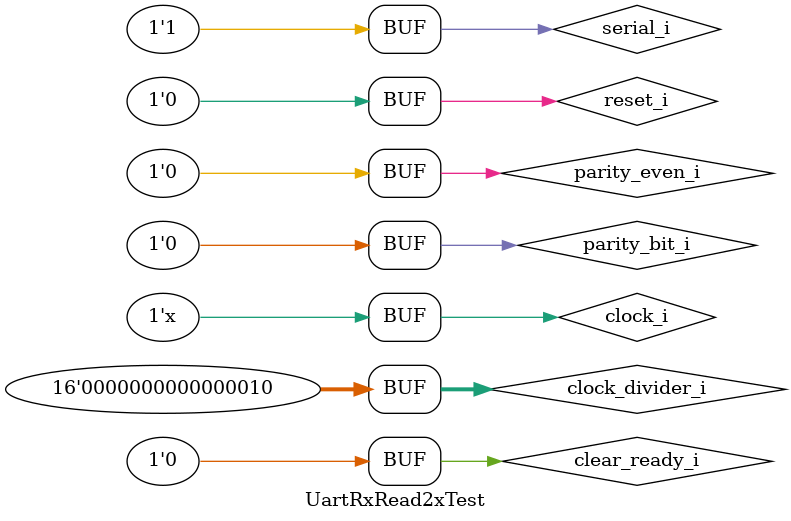
<source format=v>

module UartRxRead2xTest ();

reg reset_i = 1'b0;
reg clock_i = 1'b0;
reg clear_ready_i = 1'b0;
reg parity_bit_i = 1'b0;
reg parity_even_i = 1'b0;
reg serial_i = 1'b1;
reg [15:0] clock_divider_i = 2;
wire [7:0] data_o;
wire ready_o;

UartRx uart_rx (
  .reset_i(reset_i),
  .clock_i(clock_i),
  .clear_ready_i(clear_ready_i),
  .parity_bit_i(parity_bit_i),
  .parity_even_i(parity_even_i),
  .serial_i(serial_i),
  .clock_divider_i(clock_divider_i),
  .data_o(data_o),
  .ready_o(ready_o)
);

always #1 clock_i <= ~clock_i;

initial begin
  #1 send_packet(8'h55);
  #6 assert_data_received(8'h55);
  #2 clear_ready_flag();
  
  #2 send_packet(8'hAA);
  #6 assert_data_received(8'hAA);
  #2 clear_ready_flag();
end

task send_packet;
  input [7:0] data;

  begin
    #4 serial_i <= 1'b0; // Start bit
    #4 serial_i <= data[0];
    #4 serial_i <= data[1];
    #4 serial_i <= data[2];
    #4 serial_i <= data[3];
    #4 serial_i <= data[4];
    #4 serial_i <= data[5];
    #4 serial_i <= data[6];
    #4 serial_i <= data[7];
    #4 serial_i <= 1'b1; // Stop bit
  end
endtask

task assert_data_received;
  input [7:0] data;

  begin
    if (!ready_o)
    $display("FAILED - ready_o should be high after receiving packet");

    if (data_o != data)
      $display("FAILED - data_o value should be h%x", data);
  end
endtask

task clear_ready_flag;
  begin
    clear_ready_i = 1'b1;

    if (!ready_o)
      $display("FAILED - ready_o should stay high after receiving packet");

    #2 clear_ready_i = 1'b0;

    if (ready_o)
      $display("FAILED - ready_o should be low after clear_ready_i goes high");
  end
endtask

endmodule

</source>
